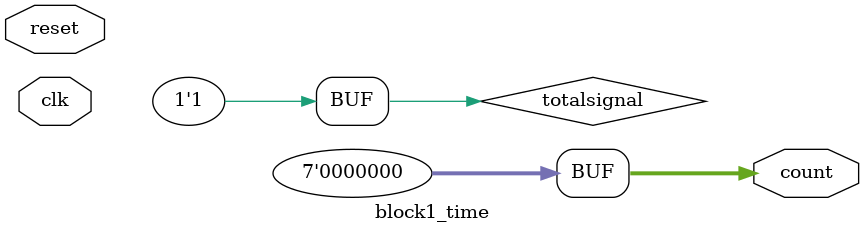
<source format=sv>
module block1# (parameter N = 9)(clk,reset,ctrl,set,outsource,count,totalsignal);//first block
input logic reset,clk,set,totalsignal,ctrl; // internal for updating after reaching the end.
output logic [3:0]count;
input logic [3:0]outsource;
logic [3:0] sum1,sum2,sum0;
assign count = 0;
addsub #(N) A1(count,sum0,ctrl,totalsignal);
MUX1 #(4) muxcheck(count,sum0,~totalsignal,sum1);
MUX1 #(4) mux1(outsource,sum1,set,sum2);
Regfour #(4) R1(clk,reset,sum2, count);
endmodule



module block1000# (parameter N = 6)(clk,reset,count);//first block
input logic reset,clk; // internal for updating after reaching the end.
output logic [2:0]count;
logic [2:0] sum0;
logic totalsignal,ctrl;
assign count = 0;
assign ctrl = 0;
assign totalsignal = 1; 
addsub #(N) A1(count,sum0,ctrl,totalsignal);
Regfour #(4) R1(clk,reset,sum0, count);
endmodule





module block1_time(clk,reset,count);//first block
input logic reset,clk; // internal for updating after reaching the end.
output logic [6:0]count;
logic [6:0] sum0;
logic totalsignal;
assign count = 0;
assign totalsignal = 1; 
addsub59 #(59) A1(count,sum0,totalsignal);
Regfour #(7) R1(clk,reset,sum0, count);
endmodule



</source>
